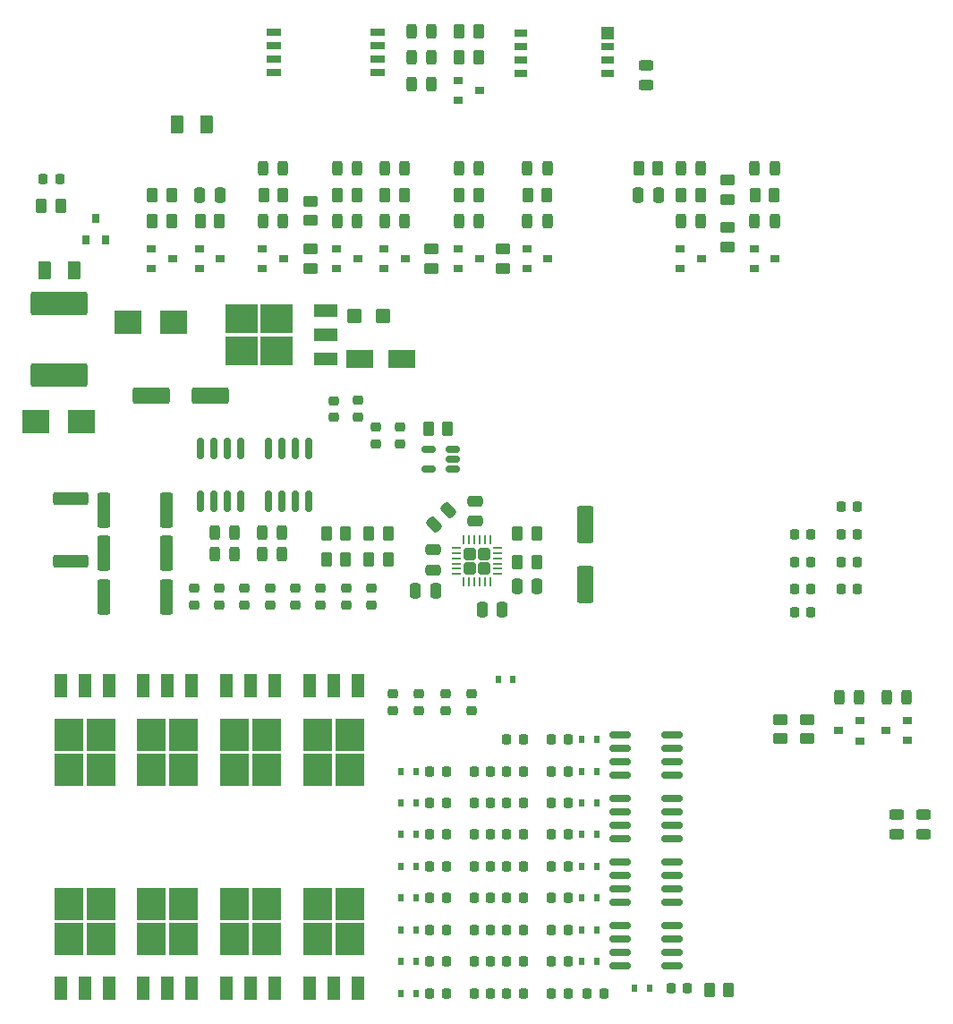
<source format=gtp>
G04 #@! TF.GenerationSoftware,KiCad,Pcbnew,7.0.7+dfsg-1*
G04 #@! TF.CreationDate,2024-05-02T13:52:24+03:00*
G04 #@! TF.ProjectId,UA4C-vC5,55413443-2d76-4433-952e-6b696361645f,C5*
G04 #@! TF.SameCoordinates,Original*
G04 #@! TF.FileFunction,Paste,Top*
G04 #@! TF.FilePolarity,Positive*
%FSLAX46Y46*%
G04 Gerber Fmt 4.6, Leading zero omitted, Abs format (unit mm)*
G04 Created by KiCad (PCBNEW 7.0.7+dfsg-1) date 2024-05-02 13:52:24*
%MOMM*%
%LPD*%
G01*
G04 APERTURE LIST*
G04 Aperture macros list*
%AMRoundRect*
0 Rectangle with rounded corners*
0 $1 Rounding radius*
0 $2 $3 $4 $5 $6 $7 $8 $9 X,Y pos of 4 corners*
0 Add a 4 corners polygon primitive as box body*
4,1,4,$2,$3,$4,$5,$6,$7,$8,$9,$2,$3,0*
0 Add four circle primitives for the rounded corners*
1,1,$1+$1,$2,$3*
1,1,$1+$1,$4,$5*
1,1,$1+$1,$6,$7*
1,1,$1+$1,$8,$9*
0 Add four rect primitives between the rounded corners*
20,1,$1+$1,$2,$3,$4,$5,0*
20,1,$1+$1,$4,$5,$6,$7,0*
20,1,$1+$1,$6,$7,$8,$9,0*
20,1,$1+$1,$8,$9,$2,$3,0*%
G04 Aperture macros list end*
%ADD10R,0.900000X0.800000*%
%ADD11RoundRect,0.150000X-0.150000X0.825000X-0.150000X-0.825000X0.150000X-0.825000X0.150000X0.825000X0*%
%ADD12RoundRect,0.218750X0.256250X-0.218750X0.256250X0.218750X-0.256250X0.218750X-0.256250X-0.218750X0*%
%ADD13RoundRect,0.218750X-0.218750X-0.256250X0.218750X-0.256250X0.218750X0.256250X-0.218750X0.256250X0*%
%ADD14RoundRect,0.218750X0.218750X0.256250X-0.218750X0.256250X-0.218750X-0.256250X0.218750X-0.256250X0*%
%ADD15R,1.346200X0.685800*%
%ADD16R,0.800000X0.900000*%
%ADD17RoundRect,0.250000X1.425000X-0.362500X1.425000X0.362500X-1.425000X0.362500X-1.425000X-0.362500X0*%
%ADD18RoundRect,0.250000X-0.362500X-1.425000X0.362500X-1.425000X0.362500X1.425000X-0.362500X1.425000X0*%
%ADD19RoundRect,0.150000X0.825000X0.150000X-0.825000X0.150000X-0.825000X-0.150000X0.825000X-0.150000X0*%
%ADD20RoundRect,0.243750X-0.243750X-0.456250X0.243750X-0.456250X0.243750X0.456250X-0.243750X0.456250X0*%
%ADD21RoundRect,0.243750X0.243750X0.456250X-0.243750X0.456250X-0.243750X-0.456250X0.243750X-0.456250X0*%
%ADD22RoundRect,0.243750X-0.456250X0.243750X-0.456250X-0.243750X0.456250X-0.243750X0.456250X0.243750X0*%
%ADD23RoundRect,0.250000X0.450000X-0.262500X0.450000X0.262500X-0.450000X0.262500X-0.450000X-0.262500X0*%
%ADD24RoundRect,0.250000X-0.262500X-0.450000X0.262500X-0.450000X0.262500X0.450000X-0.262500X0.450000X0*%
%ADD25RoundRect,0.250000X-0.450000X0.262500X-0.450000X-0.262500X0.450000X-0.262500X0.450000X0.262500X0*%
%ADD26RoundRect,0.250000X0.262500X0.450000X-0.262500X0.450000X-0.262500X-0.450000X0.262500X-0.450000X0*%
%ADD27RoundRect,0.218750X-0.256250X0.218750X-0.256250X-0.218750X0.256250X-0.218750X0.256250X0.218750X0*%
%ADD28R,0.600000X0.700000*%
%ADD29R,2.750000X3.050000*%
%ADD30R,1.200000X2.200000*%
%ADD31RoundRect,0.250000X-0.375000X-0.625000X0.375000X-0.625000X0.375000X0.625000X-0.375000X0.625000X0*%
%ADD32RoundRect,0.250000X-0.250000X-0.475000X0.250000X-0.475000X0.250000X0.475000X-0.250000X0.475000X0*%
%ADD33RoundRect,0.250000X0.250000X0.475000X-0.250000X0.475000X-0.250000X-0.475000X0.250000X-0.475000X0*%
%ADD34RoundRect,0.250000X0.550000X-1.500000X0.550000X1.500000X-0.550000X1.500000X-0.550000X-1.500000X0*%
%ADD35RoundRect,0.250000X-0.475000X0.250000X-0.475000X-0.250000X0.475000X-0.250000X0.475000X0.250000X0*%
%ADD36RoundRect,0.250000X0.475000X-0.250000X0.475000X0.250000X-0.475000X0.250000X-0.475000X-0.250000X0*%
%ADD37RoundRect,0.250000X-0.159099X0.512652X-0.512652X0.159099X0.159099X-0.512652X0.512652X-0.159099X0*%
%ADD38R,1.200000X0.800000*%
%ADD39R,1.200000X1.200000*%
%ADD40RoundRect,0.250000X2.425000X-0.887500X2.425000X0.887500X-2.425000X0.887500X-2.425000X-0.887500X0*%
%ADD41R,2.500000X1.800000*%
%ADD42R,2.500000X2.300000*%
%ADD43R,3.050000X2.750000*%
%ADD44R,2.200000X1.200000*%
%ADD45RoundRect,0.250000X-0.450000X-0.425000X0.450000X-0.425000X0.450000X0.425000X-0.450000X0.425000X0*%
%ADD46RoundRect,0.250000X0.335000X0.335000X-0.335000X0.335000X-0.335000X-0.335000X0.335000X-0.335000X0*%
%ADD47RoundRect,0.062500X0.350000X0.062500X-0.350000X0.062500X-0.350000X-0.062500X0.350000X-0.062500X0*%
%ADD48RoundRect,0.062500X0.062500X0.350000X-0.062500X0.350000X-0.062500X-0.350000X0.062500X-0.350000X0*%
%ADD49RoundRect,0.250000X-1.500000X-0.550000X1.500000X-0.550000X1.500000X0.550000X-1.500000X0.550000X0*%
%ADD50RoundRect,0.150000X0.512500X0.150000X-0.512500X0.150000X-0.512500X-0.150000X0.512500X-0.150000X0*%
G04 APERTURE END LIST*
D10*
X171500000Y-88550000D03*
X171500000Y-90450000D03*
X173500000Y-89500000D03*
X164500000Y-88550000D03*
X164500000Y-90450000D03*
X166500000Y-89500000D03*
X136500000Y-88550000D03*
X136500000Y-90450000D03*
X138500000Y-89500000D03*
X143500000Y-88550000D03*
X143500000Y-90450000D03*
X145500000Y-89500000D03*
X150000000Y-88550000D03*
X150000000Y-90450000D03*
X152000000Y-89500000D03*
D11*
X122955000Y-107500000D03*
X121685000Y-107500000D03*
X120415000Y-107500000D03*
X119145000Y-107500000D03*
X119145000Y-112450000D03*
X120415000Y-112450000D03*
X121685000Y-112450000D03*
X122955000Y-112450000D03*
X129360000Y-107500000D03*
X128090000Y-107500000D03*
X126820000Y-107500000D03*
X125550000Y-107500000D03*
X125550000Y-112450000D03*
X126820000Y-112450000D03*
X128090000Y-112450000D03*
X129360000Y-112450000D03*
D12*
X137300000Y-132262500D03*
X137300000Y-130687500D03*
X139800000Y-132262500D03*
X139800000Y-130687500D03*
X142300000Y-132262500D03*
X142300000Y-130687500D03*
X144800000Y-132262500D03*
X144800000Y-130687500D03*
D13*
X140812500Y-159000000D03*
X142387500Y-159000000D03*
D14*
X153887500Y-141000000D03*
X152312500Y-141000000D03*
D15*
X135914900Y-71905000D03*
X135914900Y-70635000D03*
X135914900Y-69365000D03*
X135914900Y-68095000D03*
X126085100Y-68095000D03*
X126085100Y-69365000D03*
X126085100Y-70635000D03*
X126085100Y-71905000D03*
D10*
X125000000Y-88550000D03*
X125000000Y-90450000D03*
X127000000Y-89500000D03*
X114500000Y-88550000D03*
X114500000Y-90450000D03*
X116500000Y-89500000D03*
D13*
X140812500Y-147000000D03*
X142387500Y-147000000D03*
X140812500Y-156000000D03*
X142387500Y-156000000D03*
D10*
X132000000Y-88550000D03*
X132000000Y-90450000D03*
X134000000Y-89500000D03*
D16*
X108250000Y-87750000D03*
X110150000Y-87750000D03*
X109200000Y-85750000D03*
D10*
X186000000Y-135110000D03*
X186000000Y-133210000D03*
X184000000Y-134160000D03*
X181500000Y-135120000D03*
X181500000Y-133220000D03*
X179500000Y-134170000D03*
D13*
X140812500Y-144000000D03*
X142387500Y-144000000D03*
D14*
X153887500Y-156000000D03*
X152312500Y-156000000D03*
D13*
X140812500Y-153000000D03*
X142387500Y-153000000D03*
X140812500Y-141000000D03*
X142387500Y-141000000D03*
D14*
X153887500Y-153000000D03*
X152312500Y-153000000D03*
D13*
X140812500Y-150000000D03*
X142387500Y-150000000D03*
X140812500Y-138000000D03*
X142387500Y-138000000D03*
D14*
X153887500Y-150000000D03*
X152312500Y-150000000D03*
X153887500Y-159000000D03*
X152312500Y-159000000D03*
D17*
X106850000Y-118162500D03*
X106850000Y-112237500D03*
D18*
X109937500Y-113300000D03*
X115862500Y-113300000D03*
X109937500Y-117400000D03*
X115862500Y-117400000D03*
D10*
X119000000Y-88550000D03*
X119000000Y-90450000D03*
X121000000Y-89500000D03*
D19*
X163775000Y-150405000D03*
X163775000Y-149135000D03*
X163775000Y-147865000D03*
X163775000Y-146595000D03*
X158825000Y-146595000D03*
X158825000Y-147865000D03*
X158825000Y-149135000D03*
X158825000Y-150405000D03*
X163775000Y-144405000D03*
X163775000Y-143135000D03*
X163775000Y-141865000D03*
X163775000Y-140595000D03*
X158825000Y-140595000D03*
X158825000Y-141865000D03*
X158825000Y-143135000D03*
X158825000Y-144405000D03*
D13*
X175312500Y-123000000D03*
X176887500Y-123000000D03*
X179712500Y-120800000D03*
X181287500Y-120800000D03*
X179712500Y-118200000D03*
X181287500Y-118200000D03*
X179712500Y-113000000D03*
X181287500Y-113000000D03*
D14*
X176887500Y-115600000D03*
X175312500Y-115600000D03*
X176887500Y-120800000D03*
X175312500Y-120800000D03*
D20*
X132062500Y-81000000D03*
X133937500Y-81000000D03*
D21*
X133937500Y-86000000D03*
X132062500Y-86000000D03*
D20*
X125062500Y-81000000D03*
X126937500Y-81000000D03*
D21*
X126937500Y-86000000D03*
X125062500Y-86000000D03*
D22*
X161250000Y-71200000D03*
X161250000Y-73075000D03*
D20*
X171562500Y-81000000D03*
X173437500Y-81000000D03*
D21*
X166437500Y-81000000D03*
X164562500Y-81000000D03*
X166437500Y-86000000D03*
X164562500Y-86000000D03*
X173437500Y-86000000D03*
X171562500Y-86000000D03*
D20*
X136562500Y-81000000D03*
X138437500Y-81000000D03*
D21*
X138437500Y-86000000D03*
X136562500Y-86000000D03*
D20*
X139062500Y-70500000D03*
X140937500Y-70500000D03*
X139062500Y-73000000D03*
X140937500Y-73000000D03*
X143562500Y-81000000D03*
X145437500Y-81000000D03*
D21*
X145437500Y-86000000D03*
X143562500Y-86000000D03*
X140937500Y-68000000D03*
X139062500Y-68000000D03*
D20*
X150062500Y-81000000D03*
X151937500Y-81000000D03*
D21*
X151937500Y-86000000D03*
X150062500Y-86000000D03*
X122337500Y-115400000D03*
X120462500Y-115400000D03*
X122337500Y-117450000D03*
X120462500Y-117450000D03*
D20*
X124962500Y-115400000D03*
X126837500Y-115400000D03*
D21*
X185937500Y-131000000D03*
X184062500Y-131000000D03*
D20*
X179562500Y-131000000D03*
X181437500Y-131000000D03*
D23*
X129500000Y-90412500D03*
X129500000Y-88587500D03*
X129500000Y-85912500D03*
X129500000Y-84087500D03*
D24*
X132087500Y-83500000D03*
X133912500Y-83500000D03*
X125087500Y-83500000D03*
X126912500Y-83500000D03*
D25*
X169000000Y-82087500D03*
X169000000Y-83912500D03*
X169000000Y-86587500D03*
X169000000Y-88412500D03*
D24*
X171587500Y-83500000D03*
X173412500Y-83500000D03*
D26*
X166412500Y-83500000D03*
X164587500Y-83500000D03*
D24*
X114587500Y-83500000D03*
X116412500Y-83500000D03*
X136587500Y-83500000D03*
X138412500Y-83500000D03*
D23*
X141000000Y-90412500D03*
X141000000Y-88587500D03*
D24*
X143587500Y-83500000D03*
X145412500Y-83500000D03*
D26*
X145412500Y-70500000D03*
X143587500Y-70500000D03*
X145412500Y-68000000D03*
X143587500Y-68000000D03*
D23*
X147700000Y-90412500D03*
X147700000Y-88587500D03*
D24*
X150087500Y-83500000D03*
X151912500Y-83500000D03*
X131037500Y-118000000D03*
X132862500Y-118000000D03*
D27*
X134000000Y-102925000D03*
X134000000Y-104500000D03*
D12*
X131750000Y-104537500D03*
X131750000Y-102962500D03*
D24*
X131037500Y-115500000D03*
X132862500Y-115500000D03*
D27*
X138000000Y-105462500D03*
X138000000Y-107037500D03*
D12*
X135750000Y-107037500D03*
X135750000Y-105462500D03*
D24*
X135037500Y-115500000D03*
X136862500Y-115500000D03*
X114587500Y-86000000D03*
X116412500Y-86000000D03*
X104087500Y-84500000D03*
X105912500Y-84500000D03*
D27*
X128100000Y-120712500D03*
X128100000Y-122287500D03*
X125700000Y-120712500D03*
X125700000Y-122287500D03*
X130500000Y-120712500D03*
X130500000Y-122287500D03*
X123300000Y-120712500D03*
X123300000Y-122287500D03*
D14*
X176887500Y-118200000D03*
X175312500Y-118200000D03*
D27*
X132900000Y-120712500D03*
X132900000Y-122287500D03*
X118500000Y-120712500D03*
X118500000Y-122287500D03*
X135300000Y-120712500D03*
X135300000Y-122287500D03*
X120900000Y-120712500D03*
X120900000Y-122287500D03*
D23*
X176500000Y-134912500D03*
X176500000Y-133087500D03*
D24*
X119087500Y-86000000D03*
X120912500Y-86000000D03*
D19*
X163775000Y-156405000D03*
X163775000Y-155135000D03*
X163775000Y-153865000D03*
X163775000Y-152595000D03*
X158825000Y-152595000D03*
X158825000Y-153865000D03*
X158825000Y-155135000D03*
X158825000Y-156405000D03*
D24*
X160587500Y-81000000D03*
X162412500Y-81000000D03*
D14*
X153887500Y-147000000D03*
X152312500Y-147000000D03*
D19*
X163775000Y-138405000D03*
X163775000Y-137135000D03*
X163775000Y-135865000D03*
X163775000Y-134595000D03*
X158825000Y-134595000D03*
X158825000Y-135865000D03*
X158825000Y-137135000D03*
X158825000Y-138405000D03*
D14*
X153887500Y-135000000D03*
X152312500Y-135000000D03*
X153887500Y-138000000D03*
X152312500Y-138000000D03*
X153887500Y-144000000D03*
X152312500Y-144000000D03*
D13*
X104212500Y-82000000D03*
X105787500Y-82000000D03*
D14*
X149687500Y-144000000D03*
X148112500Y-144000000D03*
X149687500Y-141000000D03*
X148112500Y-141000000D03*
X149687500Y-138000000D03*
X148112500Y-138000000D03*
X149687500Y-135000000D03*
X148112500Y-135000000D03*
D13*
X145012500Y-159000000D03*
X146587500Y-159000000D03*
X145012500Y-147000000D03*
X146587500Y-147000000D03*
X145012500Y-156000000D03*
X146587500Y-156000000D03*
X145012500Y-144000000D03*
X146587500Y-144000000D03*
X145012500Y-153000000D03*
X146587500Y-153000000D03*
X145012500Y-141000000D03*
X146587500Y-141000000D03*
X145012500Y-150000000D03*
X146587500Y-150000000D03*
X145012500Y-138000000D03*
X146587500Y-138000000D03*
D14*
X149687500Y-159000000D03*
X148112500Y-159000000D03*
X149687500Y-156000000D03*
X148112500Y-156000000D03*
D13*
X163612500Y-158500000D03*
X165187500Y-158500000D03*
D14*
X149687500Y-153000000D03*
X148112500Y-153000000D03*
X149687500Y-150000000D03*
X148112500Y-150000000D03*
X149687500Y-147000000D03*
X148112500Y-147000000D03*
D22*
X185000000Y-142107418D03*
X185000000Y-143982418D03*
X187500000Y-142107418D03*
X187500000Y-143982418D03*
D28*
X148700000Y-129300000D03*
X147300000Y-129300000D03*
D13*
X155712500Y-159000000D03*
X157287500Y-159000000D03*
D26*
X169112500Y-158700000D03*
X167287500Y-158700000D03*
D28*
X156600000Y-144000000D03*
X155200000Y-144000000D03*
X156600000Y-141000000D03*
X155200000Y-141000000D03*
X156600000Y-138000000D03*
X155200000Y-138000000D03*
X138100000Y-159000000D03*
X139500000Y-159000000D03*
X138100000Y-147000000D03*
X139500000Y-147000000D03*
X138100000Y-156000000D03*
X139500000Y-156000000D03*
X138100000Y-144000000D03*
X139500000Y-144000000D03*
X156600000Y-135000000D03*
X155200000Y-135000000D03*
X138100000Y-153000000D03*
X139500000Y-153000000D03*
X138100000Y-141000000D03*
X139500000Y-141000000D03*
X156600000Y-156000000D03*
X155200000Y-156000000D03*
X138100000Y-150000000D03*
X139500000Y-150000000D03*
X138100000Y-138000000D03*
X139500000Y-138000000D03*
X156600000Y-153000000D03*
X155200000Y-153000000D03*
X156600000Y-150000000D03*
X155200000Y-150000000D03*
X161600000Y-158500000D03*
X160200000Y-158500000D03*
X156600000Y-147000000D03*
X155200000Y-147000000D03*
D29*
X133245000Y-134525000D03*
X130195000Y-137875000D03*
X133245000Y-137875000D03*
X130195000Y-134525000D03*
D30*
X134000000Y-129900000D03*
X131720000Y-129900000D03*
X129440000Y-129900000D03*
D29*
X125395000Y-137875000D03*
X122345000Y-134525000D03*
X125395000Y-134525000D03*
X122345000Y-137875000D03*
D30*
X126150000Y-129900000D03*
X123870000Y-129900000D03*
X121590000Y-129900000D03*
D29*
X109695000Y-134525000D03*
X109695000Y-137875000D03*
X106645000Y-137875000D03*
X106645000Y-134525000D03*
D30*
X110450000Y-129900000D03*
X108170000Y-129900000D03*
X105890000Y-129900000D03*
D29*
X117545000Y-137875000D03*
X114495000Y-134525000D03*
X114495000Y-137875000D03*
X117545000Y-134525000D03*
D30*
X118300000Y-129900000D03*
X116020000Y-129900000D03*
X113740000Y-129900000D03*
D29*
X109695000Y-153875000D03*
X106645000Y-153875000D03*
X109695000Y-150525000D03*
X106645000Y-150525000D03*
D30*
X105890000Y-158500000D03*
X108170000Y-158500000D03*
X110450000Y-158500000D03*
D29*
X117545000Y-150525000D03*
X117545000Y-153875000D03*
X114495000Y-150525000D03*
X114495000Y-153875000D03*
D30*
X113740000Y-158500000D03*
X116020000Y-158500000D03*
X118300000Y-158500000D03*
D29*
X125395000Y-153875000D03*
X125395000Y-150525000D03*
X122345000Y-150525000D03*
X122345000Y-153875000D03*
D30*
X121590000Y-158500000D03*
X123870000Y-158500000D03*
X126150000Y-158500000D03*
D29*
X133245000Y-150525000D03*
X133245000Y-153875000D03*
X130195000Y-153875000D03*
X130195000Y-150525000D03*
D30*
X129440000Y-158500000D03*
X131720000Y-158500000D03*
X134000000Y-158500000D03*
D13*
X179712500Y-115600000D03*
X181287500Y-115600000D03*
D31*
X116950000Y-76850000D03*
X119750000Y-76850000D03*
D10*
X143500000Y-72650000D03*
X143500000Y-74550000D03*
X145500000Y-73600000D03*
D32*
X145750000Y-122700000D03*
X147650000Y-122700000D03*
D33*
X150950000Y-120500000D03*
X149050000Y-120500000D03*
D34*
X155500000Y-120300000D03*
X155500000Y-114700000D03*
D35*
X141100000Y-117050000D03*
X141100000Y-118950000D03*
D36*
X145100000Y-114350000D03*
X145100000Y-112450000D03*
D33*
X141350000Y-120900000D03*
X139450000Y-120900000D03*
D26*
X150912500Y-115500000D03*
X149087500Y-115500000D03*
D24*
X135037500Y-118000000D03*
X136862500Y-118000000D03*
D37*
X142571751Y-113328249D03*
X141228249Y-114671751D03*
D26*
X150912500Y-118250000D03*
X149087500Y-118250000D03*
D18*
X109937500Y-121500000D03*
X115862500Y-121500000D03*
D20*
X124962500Y-117450000D03*
X126837500Y-117450000D03*
D23*
X174000000Y-134912500D03*
X174000000Y-133087500D03*
D33*
X162450000Y-83500000D03*
X160550000Y-83500000D03*
D38*
X149450000Y-68145000D03*
X149450000Y-69415000D03*
X149450000Y-70685000D03*
X149450000Y-71955000D03*
X157650000Y-71955000D03*
X157650000Y-70685000D03*
X157650000Y-69415000D03*
D39*
X157650000Y-68145000D03*
D32*
X119050000Y-83500000D03*
X120950000Y-83500000D03*
D40*
X105700000Y-100562500D03*
X105700000Y-93737500D03*
D31*
X104400000Y-90600000D03*
X107200000Y-90600000D03*
D41*
X134200000Y-99000000D03*
X138200000Y-99000000D03*
D42*
X116600000Y-95500000D03*
X112300000Y-95500000D03*
D43*
X126325000Y-98275000D03*
X122975000Y-98275000D03*
X122975000Y-95225000D03*
X126325000Y-95225000D03*
D44*
X130950000Y-99030000D03*
X130950000Y-96750000D03*
X130950000Y-94470000D03*
D45*
X133650000Y-94900000D03*
X136350000Y-94900000D03*
D46*
X144625000Y-117425000D03*
X145975000Y-118775000D03*
X145975000Y-117425000D03*
X144625000Y-118775000D03*
D47*
X147262500Y-119350000D03*
X147262500Y-118850000D03*
X147262500Y-118350000D03*
X147262500Y-117850000D03*
X147262500Y-117350000D03*
X147262500Y-116850000D03*
D48*
X146550000Y-116137500D03*
X146050000Y-116137500D03*
X145550000Y-116137500D03*
X145050000Y-116137500D03*
X144550000Y-116137500D03*
X144050000Y-116137500D03*
D47*
X143337500Y-116850000D03*
X143337500Y-117350000D03*
X143337500Y-117850000D03*
X143337500Y-118350000D03*
X143337500Y-118850000D03*
X143337500Y-119350000D03*
D48*
X144050000Y-120062500D03*
X144550000Y-120062500D03*
X145050000Y-120062500D03*
X145550000Y-120062500D03*
X146050000Y-120062500D03*
X146550000Y-120062500D03*
D42*
X107850000Y-104900000D03*
X103550000Y-104900000D03*
D49*
X114450000Y-102500000D03*
X120050000Y-102500000D03*
D26*
X142512500Y-105600000D03*
X140687500Y-105600000D03*
D50*
X142957500Y-109450000D03*
X142957500Y-108500000D03*
X142957500Y-107550000D03*
X140682500Y-107550000D03*
X140682500Y-109450000D03*
M02*

</source>
